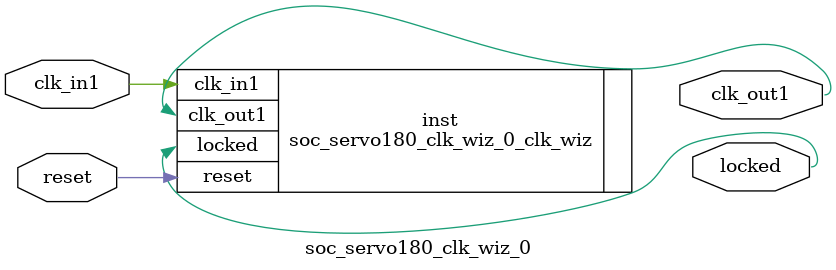
<source format=v>


`timescale 1ps/1ps

(* CORE_GENERATION_INFO = "soc_servo180_clk_wiz_0,clk_wiz_v6_0_15_0_0,{component_name=soc_servo180_clk_wiz_0,use_phase_alignment=true,use_min_o_jitter=false,use_max_i_jitter=false,use_dyn_phase_shift=false,use_inclk_switchover=false,use_dyn_reconfig=false,enable_axi=0,feedback_source=FDBK_AUTO,PRIMITIVE=MMCM,num_out_clk=1,clkin1_period=10.000,clkin2_period=10.000,use_power_down=false,use_reset=true,use_locked=true,use_inclk_stopped=false,feedback_type=SINGLE,CLOCK_MGR_TYPE=NA,manual_override=false}" *)

module soc_servo180_clk_wiz_0 
 (
  // Clock out ports
  output        clk_out1,
  // Status and control signals
  input         reset,
  output        locked,
 // Clock in ports
  input         clk_in1
 );

  soc_servo180_clk_wiz_0_clk_wiz inst
  (
  // Clock out ports  
  .clk_out1(clk_out1),
  // Status and control signals               
  .reset(reset), 
  .locked(locked),
 // Clock in ports
  .clk_in1(clk_in1)
  );

endmodule

</source>
